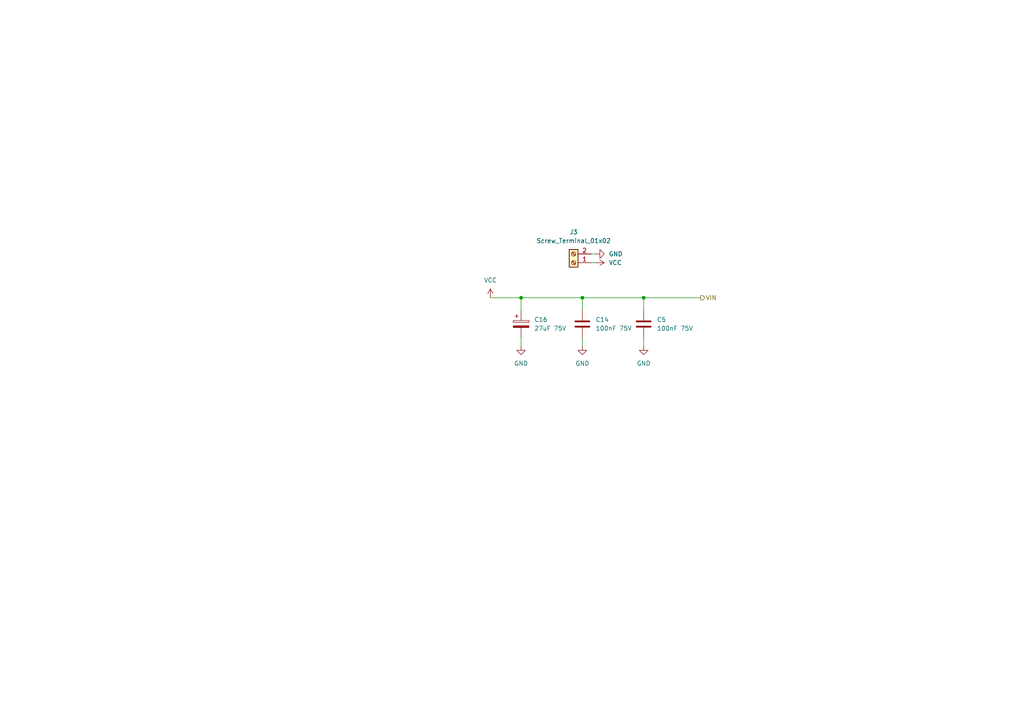
<source format=kicad_sch>
(kicad_sch (version 20211123) (generator eeschema)
  (paper "A4")
  (lib_symbols
    (symbol "Connector:Screw_Terminal_01x02" (pin_names (offset 1.016) hide)
      (property "Reference" "J" (at 0 2.54 0))
      (property "Value" "Screw_Terminal_01x02" (at 0 -5.08 0))
      (symbol "Screw_Terminal_01x02_1_1"
        (rectangle (start -1.27 1.27) (end 1.27 -3.81) (stroke (width 0.254)) (fill (type background)))
        (circle (center 0 -2.54) (radius 0.635) (stroke (width 0.1524)))
        (polyline (pts (xy -0.5334 -2.2098) (xy 0.3302 -3.048)) (stroke (width 0.1524)))
        (polyline (pts (xy -0.5334 0.3302) (xy 0.3302 -0.508)) (stroke (width 0.1524)))
        (polyline (pts (xy -0.3556 -2.032) (xy 0.508 -2.8702)) (stroke (width 0.1524)))
        (polyline (pts (xy -0.3556 0.508) (xy 0.508 -0.3302)) (stroke (width 0.1524)))
        (circle (center 0 0) (radius 0.635) (stroke (width 0.1524)))
        (pin passive line (at -5.08 0 0) (length 3.81) (name "Pin_1") (number "1"))
        (pin passive line (at -5.08 -2.54 0) (length 3.81) (name "Pin_2") (number "2"))
      )
    )
    (symbol "Device:C" (pin_numbers hide) (pin_names (offset 0.254))
      (property "Reference" "C" (at 0.635 2.54 0))
      (property "Value" "C" (at 0.635 -2.54 0))
      (symbol "C_0_1"
        (polyline (pts (xy -2.032 -0.762) (xy 2.032 -0.762)) (stroke (width 0.508)))
        (polyline (pts (xy -2.032 0.762) (xy 2.032 0.762)) (stroke (width 0.508)))
      )
      (symbol "C_1_1"
        (pin passive line (at 0 3.81 270) (length 2.794) (name "~") (number "1"))
        (pin passive line (at 0 -3.81 90) (length 2.794) (name "~") (number "2"))
      )
    )
    (symbol "Device:C_Polarized" (pin_numbers hide) (pin_names (offset 0.254))
      (property "Reference" "C" (at 0.635 2.54 0))
      (property "Value" "C_Polarized" (at 0.635 -2.54 0))
      (symbol "C_Polarized_0_1"
        (rectangle (start -2.286 0.508) (end 2.286 1.016))
        (polyline (pts (xy -1.778 2.286) (xy -0.762 2.286)))
        (polyline (pts (xy -1.27 2.794) (xy -1.27 1.778)))
        (rectangle (start 2.286 -0.508) (end -2.286 -1.016) (fill (type outline)))
      )
      (symbol "C_Polarized_1_1"
        (pin passive line (at 0 3.81 270) (length 2.794) (name "~") (number "1"))
        (pin passive line (at 0 -3.81 90) (length 2.794) (name "~") (number "2"))
      )
    )
    (symbol "power:GND" (power) (pin_names (offset 0))
      (property "Value" "GND" (at 0 -3.81 0))
      (symbol "GND_0_1"
        (polyline (pts (xy 0 0) (xy 0 -1.27) (xy 1.27 -1.27) (xy 0 -2.54) (xy -1.27 -1.27) (xy 0 -1.27)))
      )
      (symbol "GND_1_1"
        (pin power_in line (at 0 0 270) (length 0) hide (name "GND") (number "1"))
      )
    )
    (symbol "power:VCC" (power) (pin_names (offset 0))
      (property "Value" "VCC" (at 0 3.81 0))
      (symbol "VCC_0_1"
        (polyline (pts (xy -0.762 1.27) (xy 0 2.54)))
        (polyline (pts (xy 0 0) (xy 0 2.54)))
        (polyline (pts (xy 0 2.54) (xy 0.762 1.27)))
      )
      (symbol "VCC_1_1"
        (pin power_in line (at 0 0 90) (length 0) hide (name "VCC") (number "1"))
      )
    )
  )
  (junction (at 186.69 86.36))
  (junction (at 168.91 86.36))
  (junction (at 151.13 86.36))
  (wire (pts (xy 151.13 97.79) (xy 151.13 100.33)))
  (wire (pts (xy 151.13 86.36) (xy 168.91 86.36)))
  (wire (pts (xy 142.24 86.36) (xy 151.13 86.36)))
  (wire (pts (xy 172.72 73.66) (xy 171.45 73.66)))
  (wire (pts (xy 186.69 86.36) (xy 186.69 90.17)))
  (wire (pts (xy 168.91 97.79) (xy 168.91 100.33)))
  (wire (pts (xy 168.91 86.36) (xy 168.91 90.17)))
  (wire (pts (xy 151.13 86.36) (xy 151.13 90.17)))
  (wire (pts (xy 186.69 86.36) (xy 203.2 86.36)))
  (wire (pts (xy 168.91 86.36) (xy 186.69 86.36)))
  (wire (pts (xy 186.69 97.79) (xy 186.69 100.33)))
  (wire (pts (xy 172.72 76.2) (xy 171.45 76.2)))
  (hierarchical_label "VIN" (shape output) (at 203.2 86.36 0))
  (symbol (lib_id "Device:C_Polarized") (at 151.13 93.98 0) (unit 1)
    (property "Reference" "C16" (at 154.94 92.71 0) (effects (justify left)))
    (property "Value" "27uF 75V" (at 154.94 95.25 0) (effects (justify left)))
    (property "Footprint" "Capacitor_THT:CP_Radial_D8.0mm_P3.50mm" (effects hide))
    (property "LCSC" "C2972621" (effects hide))
  )
  (symbol (lib_id "Device:C") (at 168.91 93.98 0) (unit 1)
    (property "Reference" "C14" (at 172.72 92.7099 0) (effects (justify left)))
    (property "Value" "100nF 75V" (at 172.72 95.2499 0) (effects (justify left)))
    (property "Footprint" "Capacitor_SMD:C_0603_1608Metric" (effects hide))
    (property "LCSC" "C696916" (effects hide))
  )
  (symbol (lib_id "Device:C") (at 186.69 93.98 0) (unit 1)
    (property "Reference" "C5" (at 190.5 92.7099 0) (effects (justify left)))
    (property "Value" "100nF 75V" (at 190.5 95.2499 0) (effects (justify left)))
    (property "Footprint" "Capacitor_SMD:C_0603_1608Metric" (effects hide))
    (property "LCSC" "C696916" (effects hide))
  )
  (symbol (lib_id "power:GND") (at 172.72 73.66 90) (unit 1)
    (property "Reference" "#PWR019" (effects hide))
    (property "Value" "GND" (at 176.53 73.6599 90) (effects (justify right)))
  )
  (symbol (lib_id "power:GND") (at 168.91 100.33 0) (unit 1)
    (property "Reference" "#PWR04" (effects hide))
    (property "Value" "GND" (at 168.91 105.41 0))
  )
  (symbol (lib_id "power:VCC") (at 172.72 76.2 270) (unit 1)
    (property "Reference" "#PWR020" (effects hide))
    (property "Value" "VCC" (at 176.53 76.1999 90) (effects (justify left)))
  )
  (symbol (lib_id "power:VCC") (at 142.24 86.36 0) (unit 1)
    (property "Reference" "#PWR02" (effects hide))
    (property "Value" "VCC" (at 142.24 81.28 0))
  )
  (symbol (lib_id "Connector:Screw_Terminal_01x02") (at 166.37 76.2 180) (unit 1)
    (property "Reference" "J3" (at 166.37 67.31 0))
    (property "Value" "Screw_Terminal_01x02" (at 166.37 69.85 0))
    (property "Footprint" "TerminalBlock_Phoenix:TerminalBlock_Phoenix_MKDS-1,5-2-5.08_1x02_P5.08mm_Horizontal" (effects hide))
    (property "LCSC" "C8465" (effects hide))
  )
  (symbol (lib_id "power:GND") (at 186.69 100.33 0) (unit 1)
    (property "Reference" "#PWR0103" (effects hide))
    (property "Value" "GND" (at 186.69 105.41 0))
  )
  (symbol (lib_id "power:GND") (at 151.13 100.33 0) (unit 1)
    (property "Reference" "#PWR03" (effects hide))
    (property "Value" "GND" (at 151.13 105.41 0))
  )
)
</source>
